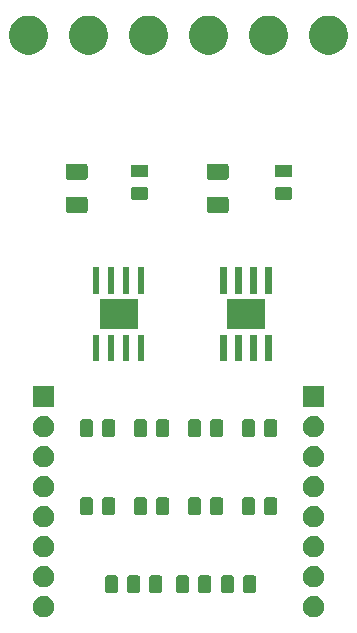
<source format=gbr>
G04 #@! TF.GenerationSoftware,KiCad,Pcbnew,(5.1.5)-3*
G04 #@! TF.CreationDate,2020-05-08T19:39:07+02:00*
G04 #@! TF.ProjectId,DRV8870 BDC Motor Driver,44525638-3837-4302-9042-4443204d6f74,rev?*
G04 #@! TF.SameCoordinates,Original*
G04 #@! TF.FileFunction,Soldermask,Top*
G04 #@! TF.FilePolarity,Negative*
%FSLAX46Y46*%
G04 Gerber Fmt 4.6, Leading zero omitted, Abs format (unit mm)*
G04 Created by KiCad (PCBNEW (5.1.5)-3) date 2020-05-08 19:39:07*
%MOMM*%
%LPD*%
G04 APERTURE LIST*
%ADD10C,0.100000*%
G04 APERTURE END LIST*
D10*
G36*
X151243512Y-122293927D02*
G01*
X151392812Y-122323624D01*
X151556784Y-122391544D01*
X151704354Y-122490147D01*
X151829853Y-122615646D01*
X151928456Y-122763216D01*
X151996376Y-122927188D01*
X152031000Y-123101259D01*
X152031000Y-123278741D01*
X151996376Y-123452812D01*
X151928456Y-123616784D01*
X151829853Y-123764354D01*
X151704354Y-123889853D01*
X151556784Y-123988456D01*
X151392812Y-124056376D01*
X151243512Y-124086073D01*
X151218742Y-124091000D01*
X151041258Y-124091000D01*
X151016488Y-124086073D01*
X150867188Y-124056376D01*
X150703216Y-123988456D01*
X150555646Y-123889853D01*
X150430147Y-123764354D01*
X150331544Y-123616784D01*
X150263624Y-123452812D01*
X150229000Y-123278741D01*
X150229000Y-123101259D01*
X150263624Y-122927188D01*
X150331544Y-122763216D01*
X150430147Y-122615646D01*
X150555646Y-122490147D01*
X150703216Y-122391544D01*
X150867188Y-122323624D01*
X151016488Y-122293927D01*
X151041258Y-122289000D01*
X151218742Y-122289000D01*
X151243512Y-122293927D01*
G37*
G36*
X128383512Y-122293927D02*
G01*
X128532812Y-122323624D01*
X128696784Y-122391544D01*
X128844354Y-122490147D01*
X128969853Y-122615646D01*
X129068456Y-122763216D01*
X129136376Y-122927188D01*
X129171000Y-123101259D01*
X129171000Y-123278741D01*
X129136376Y-123452812D01*
X129068456Y-123616784D01*
X128969853Y-123764354D01*
X128844354Y-123889853D01*
X128696784Y-123988456D01*
X128532812Y-124056376D01*
X128383512Y-124086073D01*
X128358742Y-124091000D01*
X128181258Y-124091000D01*
X128156488Y-124086073D01*
X128007188Y-124056376D01*
X127843216Y-123988456D01*
X127695646Y-123889853D01*
X127570147Y-123764354D01*
X127471544Y-123616784D01*
X127403624Y-123452812D01*
X127369000Y-123278741D01*
X127369000Y-123101259D01*
X127403624Y-122927188D01*
X127471544Y-122763216D01*
X127570147Y-122615646D01*
X127695646Y-122490147D01*
X127843216Y-122391544D01*
X128007188Y-122323624D01*
X128156488Y-122293927D01*
X128181258Y-122289000D01*
X128358742Y-122289000D01*
X128383512Y-122293927D01*
G37*
G36*
X138128868Y-120538565D02*
G01*
X138167538Y-120550296D01*
X138203177Y-120569346D01*
X138234417Y-120594983D01*
X138260054Y-120626223D01*
X138279104Y-120661862D01*
X138290835Y-120700532D01*
X138295400Y-120746888D01*
X138295400Y-121823112D01*
X138290835Y-121869468D01*
X138279104Y-121908138D01*
X138260054Y-121943777D01*
X138234417Y-121975017D01*
X138203177Y-122000654D01*
X138167538Y-122019704D01*
X138128868Y-122031435D01*
X138082512Y-122036000D01*
X137431288Y-122036000D01*
X137384932Y-122031435D01*
X137346262Y-122019704D01*
X137310623Y-122000654D01*
X137279383Y-121975017D01*
X137253746Y-121943777D01*
X137234696Y-121908138D01*
X137222965Y-121869468D01*
X137218400Y-121823112D01*
X137218400Y-120746888D01*
X137222965Y-120700532D01*
X137234696Y-120661862D01*
X137253746Y-120626223D01*
X137279383Y-120594983D01*
X137310623Y-120569346D01*
X137346262Y-120550296D01*
X137384932Y-120538565D01*
X137431288Y-120534000D01*
X138082512Y-120534000D01*
X138128868Y-120538565D01*
G37*
G36*
X142279468Y-120538565D02*
G01*
X142318138Y-120550296D01*
X142353777Y-120569346D01*
X142385017Y-120594983D01*
X142410654Y-120626223D01*
X142429704Y-120661862D01*
X142441435Y-120700532D01*
X142446000Y-120746888D01*
X142446000Y-121823112D01*
X142441435Y-121869468D01*
X142429704Y-121908138D01*
X142410654Y-121943777D01*
X142385017Y-121975017D01*
X142353777Y-122000654D01*
X142318138Y-122019704D01*
X142279468Y-122031435D01*
X142233112Y-122036000D01*
X141581888Y-122036000D01*
X141535532Y-122031435D01*
X141496862Y-122019704D01*
X141461223Y-122000654D01*
X141429983Y-121975017D01*
X141404346Y-121943777D01*
X141385296Y-121908138D01*
X141373565Y-121869468D01*
X141369000Y-121823112D01*
X141369000Y-120746888D01*
X141373565Y-120700532D01*
X141385296Y-120661862D01*
X141404346Y-120626223D01*
X141429983Y-120594983D01*
X141461223Y-120569346D01*
X141496862Y-120550296D01*
X141535532Y-120538565D01*
X141581888Y-120534000D01*
X142233112Y-120534000D01*
X142279468Y-120538565D01*
G37*
G36*
X140404468Y-120538565D02*
G01*
X140443138Y-120550296D01*
X140478777Y-120569346D01*
X140510017Y-120594983D01*
X140535654Y-120626223D01*
X140554704Y-120661862D01*
X140566435Y-120700532D01*
X140571000Y-120746888D01*
X140571000Y-121823112D01*
X140566435Y-121869468D01*
X140554704Y-121908138D01*
X140535654Y-121943777D01*
X140510017Y-121975017D01*
X140478777Y-122000654D01*
X140443138Y-122019704D01*
X140404468Y-122031435D01*
X140358112Y-122036000D01*
X139706888Y-122036000D01*
X139660532Y-122031435D01*
X139621862Y-122019704D01*
X139586223Y-122000654D01*
X139554983Y-121975017D01*
X139529346Y-121943777D01*
X139510296Y-121908138D01*
X139498565Y-121869468D01*
X139494000Y-121823112D01*
X139494000Y-120746888D01*
X139498565Y-120700532D01*
X139510296Y-120661862D01*
X139529346Y-120626223D01*
X139554983Y-120594983D01*
X139586223Y-120569346D01*
X139621862Y-120550296D01*
X139660532Y-120538565D01*
X139706888Y-120534000D01*
X140358112Y-120534000D01*
X140404468Y-120538565D01*
G37*
G36*
X144214468Y-120538565D02*
G01*
X144253138Y-120550296D01*
X144288777Y-120569346D01*
X144320017Y-120594983D01*
X144345654Y-120626223D01*
X144364704Y-120661862D01*
X144376435Y-120700532D01*
X144381000Y-120746888D01*
X144381000Y-121823112D01*
X144376435Y-121869468D01*
X144364704Y-121908138D01*
X144345654Y-121943777D01*
X144320017Y-121975017D01*
X144288777Y-122000654D01*
X144253138Y-122019704D01*
X144214468Y-122031435D01*
X144168112Y-122036000D01*
X143516888Y-122036000D01*
X143470532Y-122031435D01*
X143431862Y-122019704D01*
X143396223Y-122000654D01*
X143364983Y-121975017D01*
X143339346Y-121943777D01*
X143320296Y-121908138D01*
X143308565Y-121869468D01*
X143304000Y-121823112D01*
X143304000Y-120746888D01*
X143308565Y-120700532D01*
X143320296Y-120661862D01*
X143339346Y-120626223D01*
X143364983Y-120594983D01*
X143396223Y-120569346D01*
X143431862Y-120550296D01*
X143470532Y-120538565D01*
X143516888Y-120534000D01*
X144168112Y-120534000D01*
X144214468Y-120538565D01*
G37*
G36*
X146089468Y-120538565D02*
G01*
X146128138Y-120550296D01*
X146163777Y-120569346D01*
X146195017Y-120594983D01*
X146220654Y-120626223D01*
X146239704Y-120661862D01*
X146251435Y-120700532D01*
X146256000Y-120746888D01*
X146256000Y-121823112D01*
X146251435Y-121869468D01*
X146239704Y-121908138D01*
X146220654Y-121943777D01*
X146195017Y-121975017D01*
X146163777Y-122000654D01*
X146128138Y-122019704D01*
X146089468Y-122031435D01*
X146043112Y-122036000D01*
X145391888Y-122036000D01*
X145345532Y-122031435D01*
X145306862Y-122019704D01*
X145271223Y-122000654D01*
X145239983Y-121975017D01*
X145214346Y-121943777D01*
X145195296Y-121908138D01*
X145183565Y-121869468D01*
X145179000Y-121823112D01*
X145179000Y-120746888D01*
X145183565Y-120700532D01*
X145195296Y-120661862D01*
X145214346Y-120626223D01*
X145239983Y-120594983D01*
X145271223Y-120569346D01*
X145306862Y-120550296D01*
X145345532Y-120538565D01*
X145391888Y-120534000D01*
X146043112Y-120534000D01*
X146089468Y-120538565D01*
G37*
G36*
X136261968Y-120538565D02*
G01*
X136300638Y-120550296D01*
X136336277Y-120569346D01*
X136367517Y-120594983D01*
X136393154Y-120626223D01*
X136412204Y-120661862D01*
X136423935Y-120700532D01*
X136428500Y-120746888D01*
X136428500Y-121823112D01*
X136423935Y-121869468D01*
X136412204Y-121908138D01*
X136393154Y-121943777D01*
X136367517Y-121975017D01*
X136336277Y-122000654D01*
X136300638Y-122019704D01*
X136261968Y-122031435D01*
X136215612Y-122036000D01*
X135564388Y-122036000D01*
X135518032Y-122031435D01*
X135479362Y-122019704D01*
X135443723Y-122000654D01*
X135412483Y-121975017D01*
X135386846Y-121943777D01*
X135367796Y-121908138D01*
X135356065Y-121869468D01*
X135351500Y-121823112D01*
X135351500Y-120746888D01*
X135356065Y-120700532D01*
X135367796Y-120661862D01*
X135386846Y-120626223D01*
X135412483Y-120594983D01*
X135443723Y-120569346D01*
X135479362Y-120550296D01*
X135518032Y-120538565D01*
X135564388Y-120534000D01*
X136215612Y-120534000D01*
X136261968Y-120538565D01*
G37*
G36*
X134386968Y-120538565D02*
G01*
X134425638Y-120550296D01*
X134461277Y-120569346D01*
X134492517Y-120594983D01*
X134518154Y-120626223D01*
X134537204Y-120661862D01*
X134548935Y-120700532D01*
X134553500Y-120746888D01*
X134553500Y-121823112D01*
X134548935Y-121869468D01*
X134537204Y-121908138D01*
X134518154Y-121943777D01*
X134492517Y-121975017D01*
X134461277Y-122000654D01*
X134425638Y-122019704D01*
X134386968Y-122031435D01*
X134340612Y-122036000D01*
X133689388Y-122036000D01*
X133643032Y-122031435D01*
X133604362Y-122019704D01*
X133568723Y-122000654D01*
X133537483Y-121975017D01*
X133511846Y-121943777D01*
X133492796Y-121908138D01*
X133481065Y-121869468D01*
X133476500Y-121823112D01*
X133476500Y-120746888D01*
X133481065Y-120700532D01*
X133492796Y-120661862D01*
X133511846Y-120626223D01*
X133537483Y-120594983D01*
X133568723Y-120569346D01*
X133604362Y-120550296D01*
X133643032Y-120538565D01*
X133689388Y-120534000D01*
X134340612Y-120534000D01*
X134386968Y-120538565D01*
G37*
G36*
X151243512Y-119753927D02*
G01*
X151392812Y-119783624D01*
X151556784Y-119851544D01*
X151704354Y-119950147D01*
X151829853Y-120075646D01*
X151928456Y-120223216D01*
X151996376Y-120387188D01*
X152031000Y-120561259D01*
X152031000Y-120738741D01*
X151996376Y-120912812D01*
X151928456Y-121076784D01*
X151829853Y-121224354D01*
X151704354Y-121349853D01*
X151556784Y-121448456D01*
X151392812Y-121516376D01*
X151243512Y-121546073D01*
X151218742Y-121551000D01*
X151041258Y-121551000D01*
X151016488Y-121546073D01*
X150867188Y-121516376D01*
X150703216Y-121448456D01*
X150555646Y-121349853D01*
X150430147Y-121224354D01*
X150331544Y-121076784D01*
X150263624Y-120912812D01*
X150229000Y-120738741D01*
X150229000Y-120561259D01*
X150263624Y-120387188D01*
X150331544Y-120223216D01*
X150430147Y-120075646D01*
X150555646Y-119950147D01*
X150703216Y-119851544D01*
X150867188Y-119783624D01*
X151016488Y-119753927D01*
X151041258Y-119749000D01*
X151218742Y-119749000D01*
X151243512Y-119753927D01*
G37*
G36*
X128383512Y-119753927D02*
G01*
X128532812Y-119783624D01*
X128696784Y-119851544D01*
X128844354Y-119950147D01*
X128969853Y-120075646D01*
X129068456Y-120223216D01*
X129136376Y-120387188D01*
X129171000Y-120561259D01*
X129171000Y-120738741D01*
X129136376Y-120912812D01*
X129068456Y-121076784D01*
X128969853Y-121224354D01*
X128844354Y-121349853D01*
X128696784Y-121448456D01*
X128532812Y-121516376D01*
X128383512Y-121546073D01*
X128358742Y-121551000D01*
X128181258Y-121551000D01*
X128156488Y-121546073D01*
X128007188Y-121516376D01*
X127843216Y-121448456D01*
X127695646Y-121349853D01*
X127570147Y-121224354D01*
X127471544Y-121076784D01*
X127403624Y-120912812D01*
X127369000Y-120738741D01*
X127369000Y-120561259D01*
X127403624Y-120387188D01*
X127471544Y-120223216D01*
X127570147Y-120075646D01*
X127695646Y-119950147D01*
X127843216Y-119851544D01*
X128007188Y-119783624D01*
X128156488Y-119753927D01*
X128181258Y-119749000D01*
X128358742Y-119749000D01*
X128383512Y-119753927D01*
G37*
G36*
X151243512Y-117213927D02*
G01*
X151392812Y-117243624D01*
X151556784Y-117311544D01*
X151704354Y-117410147D01*
X151829853Y-117535646D01*
X151928456Y-117683216D01*
X151996376Y-117847188D01*
X152031000Y-118021259D01*
X152031000Y-118198741D01*
X151996376Y-118372812D01*
X151928456Y-118536784D01*
X151829853Y-118684354D01*
X151704354Y-118809853D01*
X151556784Y-118908456D01*
X151392812Y-118976376D01*
X151243512Y-119006073D01*
X151218742Y-119011000D01*
X151041258Y-119011000D01*
X151016488Y-119006073D01*
X150867188Y-118976376D01*
X150703216Y-118908456D01*
X150555646Y-118809853D01*
X150430147Y-118684354D01*
X150331544Y-118536784D01*
X150263624Y-118372812D01*
X150229000Y-118198741D01*
X150229000Y-118021259D01*
X150263624Y-117847188D01*
X150331544Y-117683216D01*
X150430147Y-117535646D01*
X150555646Y-117410147D01*
X150703216Y-117311544D01*
X150867188Y-117243624D01*
X151016488Y-117213927D01*
X151041258Y-117209000D01*
X151218742Y-117209000D01*
X151243512Y-117213927D01*
G37*
G36*
X128383512Y-117213927D02*
G01*
X128532812Y-117243624D01*
X128696784Y-117311544D01*
X128844354Y-117410147D01*
X128969853Y-117535646D01*
X129068456Y-117683216D01*
X129136376Y-117847188D01*
X129171000Y-118021259D01*
X129171000Y-118198741D01*
X129136376Y-118372812D01*
X129068456Y-118536784D01*
X128969853Y-118684354D01*
X128844354Y-118809853D01*
X128696784Y-118908456D01*
X128532812Y-118976376D01*
X128383512Y-119006073D01*
X128358742Y-119011000D01*
X128181258Y-119011000D01*
X128156488Y-119006073D01*
X128007188Y-118976376D01*
X127843216Y-118908456D01*
X127695646Y-118809853D01*
X127570147Y-118684354D01*
X127471544Y-118536784D01*
X127403624Y-118372812D01*
X127369000Y-118198741D01*
X127369000Y-118021259D01*
X127403624Y-117847188D01*
X127471544Y-117683216D01*
X127570147Y-117535646D01*
X127695646Y-117410147D01*
X127843216Y-117311544D01*
X128007188Y-117243624D01*
X128156488Y-117213927D01*
X128181258Y-117209000D01*
X128358742Y-117209000D01*
X128383512Y-117213927D01*
G37*
G36*
X151243512Y-114673927D02*
G01*
X151392812Y-114703624D01*
X151556784Y-114771544D01*
X151704354Y-114870147D01*
X151829853Y-114995646D01*
X151928456Y-115143216D01*
X151996376Y-115307188D01*
X152031000Y-115481259D01*
X152031000Y-115658741D01*
X151996376Y-115832812D01*
X151928456Y-115996784D01*
X151829853Y-116144354D01*
X151704354Y-116269853D01*
X151556784Y-116368456D01*
X151392812Y-116436376D01*
X151243512Y-116466073D01*
X151218742Y-116471000D01*
X151041258Y-116471000D01*
X151016488Y-116466073D01*
X150867188Y-116436376D01*
X150703216Y-116368456D01*
X150555646Y-116269853D01*
X150430147Y-116144354D01*
X150331544Y-115996784D01*
X150263624Y-115832812D01*
X150229000Y-115658741D01*
X150229000Y-115481259D01*
X150263624Y-115307188D01*
X150331544Y-115143216D01*
X150430147Y-114995646D01*
X150555646Y-114870147D01*
X150703216Y-114771544D01*
X150867188Y-114703624D01*
X151016488Y-114673927D01*
X151041258Y-114669000D01*
X151218742Y-114669000D01*
X151243512Y-114673927D01*
G37*
G36*
X128383512Y-114673927D02*
G01*
X128532812Y-114703624D01*
X128696784Y-114771544D01*
X128844354Y-114870147D01*
X128969853Y-114995646D01*
X129068456Y-115143216D01*
X129136376Y-115307188D01*
X129171000Y-115481259D01*
X129171000Y-115658741D01*
X129136376Y-115832812D01*
X129068456Y-115996784D01*
X128969853Y-116144354D01*
X128844354Y-116269853D01*
X128696784Y-116368456D01*
X128532812Y-116436376D01*
X128383512Y-116466073D01*
X128358742Y-116471000D01*
X128181258Y-116471000D01*
X128156488Y-116466073D01*
X128007188Y-116436376D01*
X127843216Y-116368456D01*
X127695646Y-116269853D01*
X127570147Y-116144354D01*
X127471544Y-115996784D01*
X127403624Y-115832812D01*
X127369000Y-115658741D01*
X127369000Y-115481259D01*
X127403624Y-115307188D01*
X127471544Y-115143216D01*
X127570147Y-114995646D01*
X127695646Y-114870147D01*
X127843216Y-114771544D01*
X128007188Y-114703624D01*
X128156488Y-114673927D01*
X128181258Y-114669000D01*
X128358742Y-114669000D01*
X128383512Y-114673927D01*
G37*
G36*
X147867468Y-113934565D02*
G01*
X147906138Y-113946296D01*
X147941777Y-113965346D01*
X147973017Y-113990983D01*
X147998654Y-114022223D01*
X148017704Y-114057862D01*
X148029435Y-114096532D01*
X148034000Y-114142888D01*
X148034000Y-115219112D01*
X148029435Y-115265468D01*
X148017704Y-115304138D01*
X147998654Y-115339777D01*
X147973017Y-115371017D01*
X147941777Y-115396654D01*
X147906138Y-115415704D01*
X147867468Y-115427435D01*
X147821112Y-115432000D01*
X147169888Y-115432000D01*
X147123532Y-115427435D01*
X147084862Y-115415704D01*
X147049223Y-115396654D01*
X147017983Y-115371017D01*
X146992346Y-115339777D01*
X146973296Y-115304138D01*
X146961565Y-115265468D01*
X146957000Y-115219112D01*
X146957000Y-114142888D01*
X146961565Y-114096532D01*
X146973296Y-114057862D01*
X146992346Y-114022223D01*
X147017983Y-113990983D01*
X147049223Y-113965346D01*
X147084862Y-113946296D01*
X147123532Y-113934565D01*
X147169888Y-113930000D01*
X147821112Y-113930000D01*
X147867468Y-113934565D01*
G37*
G36*
X136848468Y-113934565D02*
G01*
X136887138Y-113946296D01*
X136922777Y-113965346D01*
X136954017Y-113990983D01*
X136979654Y-114022223D01*
X136998704Y-114057862D01*
X137010435Y-114096532D01*
X137015000Y-114142888D01*
X137015000Y-115219112D01*
X137010435Y-115265468D01*
X136998704Y-115304138D01*
X136979654Y-115339777D01*
X136954017Y-115371017D01*
X136922777Y-115396654D01*
X136887138Y-115415704D01*
X136848468Y-115427435D01*
X136802112Y-115432000D01*
X136150888Y-115432000D01*
X136104532Y-115427435D01*
X136065862Y-115415704D01*
X136030223Y-115396654D01*
X135998983Y-115371017D01*
X135973346Y-115339777D01*
X135954296Y-115304138D01*
X135942565Y-115265468D01*
X135938000Y-115219112D01*
X135938000Y-114142888D01*
X135942565Y-114096532D01*
X135954296Y-114057862D01*
X135973346Y-114022223D01*
X135998983Y-113990983D01*
X136030223Y-113965346D01*
X136065862Y-113946296D01*
X136104532Y-113934565D01*
X136150888Y-113930000D01*
X136802112Y-113930000D01*
X136848468Y-113934565D01*
G37*
G36*
X138723468Y-113934565D02*
G01*
X138762138Y-113946296D01*
X138797777Y-113965346D01*
X138829017Y-113990983D01*
X138854654Y-114022223D01*
X138873704Y-114057862D01*
X138885435Y-114096532D01*
X138890000Y-114142888D01*
X138890000Y-115219112D01*
X138885435Y-115265468D01*
X138873704Y-115304138D01*
X138854654Y-115339777D01*
X138829017Y-115371017D01*
X138797777Y-115396654D01*
X138762138Y-115415704D01*
X138723468Y-115427435D01*
X138677112Y-115432000D01*
X138025888Y-115432000D01*
X137979532Y-115427435D01*
X137940862Y-115415704D01*
X137905223Y-115396654D01*
X137873983Y-115371017D01*
X137848346Y-115339777D01*
X137829296Y-115304138D01*
X137817565Y-115265468D01*
X137813000Y-115219112D01*
X137813000Y-114142888D01*
X137817565Y-114096532D01*
X137829296Y-114057862D01*
X137848346Y-114022223D01*
X137873983Y-113990983D01*
X137905223Y-113965346D01*
X137940862Y-113946296D01*
X137979532Y-113934565D01*
X138025888Y-113930000D01*
X138677112Y-113930000D01*
X138723468Y-113934565D01*
G37*
G36*
X134151468Y-113934565D02*
G01*
X134190138Y-113946296D01*
X134225777Y-113965346D01*
X134257017Y-113990983D01*
X134282654Y-114022223D01*
X134301704Y-114057862D01*
X134313435Y-114096532D01*
X134318000Y-114142888D01*
X134318000Y-115219112D01*
X134313435Y-115265468D01*
X134301704Y-115304138D01*
X134282654Y-115339777D01*
X134257017Y-115371017D01*
X134225777Y-115396654D01*
X134190138Y-115415704D01*
X134151468Y-115427435D01*
X134105112Y-115432000D01*
X133453888Y-115432000D01*
X133407532Y-115427435D01*
X133368862Y-115415704D01*
X133333223Y-115396654D01*
X133301983Y-115371017D01*
X133276346Y-115339777D01*
X133257296Y-115304138D01*
X133245565Y-115265468D01*
X133241000Y-115219112D01*
X133241000Y-114142888D01*
X133245565Y-114096532D01*
X133257296Y-114057862D01*
X133276346Y-114022223D01*
X133301983Y-113990983D01*
X133333223Y-113965346D01*
X133368862Y-113946296D01*
X133407532Y-113934565D01*
X133453888Y-113930000D01*
X134105112Y-113930000D01*
X134151468Y-113934565D01*
G37*
G36*
X132276468Y-113934565D02*
G01*
X132315138Y-113946296D01*
X132350777Y-113965346D01*
X132382017Y-113990983D01*
X132407654Y-114022223D01*
X132426704Y-114057862D01*
X132438435Y-114096532D01*
X132443000Y-114142888D01*
X132443000Y-115219112D01*
X132438435Y-115265468D01*
X132426704Y-115304138D01*
X132407654Y-115339777D01*
X132382017Y-115371017D01*
X132350777Y-115396654D01*
X132315138Y-115415704D01*
X132276468Y-115427435D01*
X132230112Y-115432000D01*
X131578888Y-115432000D01*
X131532532Y-115427435D01*
X131493862Y-115415704D01*
X131458223Y-115396654D01*
X131426983Y-115371017D01*
X131401346Y-115339777D01*
X131382296Y-115304138D01*
X131370565Y-115265468D01*
X131366000Y-115219112D01*
X131366000Y-114142888D01*
X131370565Y-114096532D01*
X131382296Y-114057862D01*
X131401346Y-114022223D01*
X131426983Y-113990983D01*
X131458223Y-113965346D01*
X131493862Y-113946296D01*
X131532532Y-113934565D01*
X131578888Y-113930000D01*
X132230112Y-113930000D01*
X132276468Y-113934565D01*
G37*
G36*
X141420468Y-113934565D02*
G01*
X141459138Y-113946296D01*
X141494777Y-113965346D01*
X141526017Y-113990983D01*
X141551654Y-114022223D01*
X141570704Y-114057862D01*
X141582435Y-114096532D01*
X141587000Y-114142888D01*
X141587000Y-115219112D01*
X141582435Y-115265468D01*
X141570704Y-115304138D01*
X141551654Y-115339777D01*
X141526017Y-115371017D01*
X141494777Y-115396654D01*
X141459138Y-115415704D01*
X141420468Y-115427435D01*
X141374112Y-115432000D01*
X140722888Y-115432000D01*
X140676532Y-115427435D01*
X140637862Y-115415704D01*
X140602223Y-115396654D01*
X140570983Y-115371017D01*
X140545346Y-115339777D01*
X140526296Y-115304138D01*
X140514565Y-115265468D01*
X140510000Y-115219112D01*
X140510000Y-114142888D01*
X140514565Y-114096532D01*
X140526296Y-114057862D01*
X140545346Y-114022223D01*
X140570983Y-113990983D01*
X140602223Y-113965346D01*
X140637862Y-113946296D01*
X140676532Y-113934565D01*
X140722888Y-113930000D01*
X141374112Y-113930000D01*
X141420468Y-113934565D01*
G37*
G36*
X143295468Y-113934565D02*
G01*
X143334138Y-113946296D01*
X143369777Y-113965346D01*
X143401017Y-113990983D01*
X143426654Y-114022223D01*
X143445704Y-114057862D01*
X143457435Y-114096532D01*
X143462000Y-114142888D01*
X143462000Y-115219112D01*
X143457435Y-115265468D01*
X143445704Y-115304138D01*
X143426654Y-115339777D01*
X143401017Y-115371017D01*
X143369777Y-115396654D01*
X143334138Y-115415704D01*
X143295468Y-115427435D01*
X143249112Y-115432000D01*
X142597888Y-115432000D01*
X142551532Y-115427435D01*
X142512862Y-115415704D01*
X142477223Y-115396654D01*
X142445983Y-115371017D01*
X142420346Y-115339777D01*
X142401296Y-115304138D01*
X142389565Y-115265468D01*
X142385000Y-115219112D01*
X142385000Y-114142888D01*
X142389565Y-114096532D01*
X142401296Y-114057862D01*
X142420346Y-114022223D01*
X142445983Y-113990983D01*
X142477223Y-113965346D01*
X142512862Y-113946296D01*
X142551532Y-113934565D01*
X142597888Y-113930000D01*
X143249112Y-113930000D01*
X143295468Y-113934565D01*
G37*
G36*
X145992468Y-113934565D02*
G01*
X146031138Y-113946296D01*
X146066777Y-113965346D01*
X146098017Y-113990983D01*
X146123654Y-114022223D01*
X146142704Y-114057862D01*
X146154435Y-114096532D01*
X146159000Y-114142888D01*
X146159000Y-115219112D01*
X146154435Y-115265468D01*
X146142704Y-115304138D01*
X146123654Y-115339777D01*
X146098017Y-115371017D01*
X146066777Y-115396654D01*
X146031138Y-115415704D01*
X145992468Y-115427435D01*
X145946112Y-115432000D01*
X145294888Y-115432000D01*
X145248532Y-115427435D01*
X145209862Y-115415704D01*
X145174223Y-115396654D01*
X145142983Y-115371017D01*
X145117346Y-115339777D01*
X145098296Y-115304138D01*
X145086565Y-115265468D01*
X145082000Y-115219112D01*
X145082000Y-114142888D01*
X145086565Y-114096532D01*
X145098296Y-114057862D01*
X145117346Y-114022223D01*
X145142983Y-113990983D01*
X145174223Y-113965346D01*
X145209862Y-113946296D01*
X145248532Y-113934565D01*
X145294888Y-113930000D01*
X145946112Y-113930000D01*
X145992468Y-113934565D01*
G37*
G36*
X151243512Y-112133927D02*
G01*
X151392812Y-112163624D01*
X151556784Y-112231544D01*
X151704354Y-112330147D01*
X151829853Y-112455646D01*
X151928456Y-112603216D01*
X151996376Y-112767188D01*
X152031000Y-112941259D01*
X152031000Y-113118741D01*
X151996376Y-113292812D01*
X151928456Y-113456784D01*
X151829853Y-113604354D01*
X151704354Y-113729853D01*
X151556784Y-113828456D01*
X151392812Y-113896376D01*
X151243512Y-113926073D01*
X151218742Y-113931000D01*
X151041258Y-113931000D01*
X151016488Y-113926073D01*
X150867188Y-113896376D01*
X150703216Y-113828456D01*
X150555646Y-113729853D01*
X150430147Y-113604354D01*
X150331544Y-113456784D01*
X150263624Y-113292812D01*
X150229000Y-113118741D01*
X150229000Y-112941259D01*
X150263624Y-112767188D01*
X150331544Y-112603216D01*
X150430147Y-112455646D01*
X150555646Y-112330147D01*
X150703216Y-112231544D01*
X150867188Y-112163624D01*
X151016488Y-112133927D01*
X151041258Y-112129000D01*
X151218742Y-112129000D01*
X151243512Y-112133927D01*
G37*
G36*
X128383512Y-112133927D02*
G01*
X128532812Y-112163624D01*
X128696784Y-112231544D01*
X128844354Y-112330147D01*
X128969853Y-112455646D01*
X129068456Y-112603216D01*
X129136376Y-112767188D01*
X129171000Y-112941259D01*
X129171000Y-113118741D01*
X129136376Y-113292812D01*
X129068456Y-113456784D01*
X128969853Y-113604354D01*
X128844354Y-113729853D01*
X128696784Y-113828456D01*
X128532812Y-113896376D01*
X128383512Y-113926073D01*
X128358742Y-113931000D01*
X128181258Y-113931000D01*
X128156488Y-113926073D01*
X128007188Y-113896376D01*
X127843216Y-113828456D01*
X127695646Y-113729853D01*
X127570147Y-113604354D01*
X127471544Y-113456784D01*
X127403624Y-113292812D01*
X127369000Y-113118741D01*
X127369000Y-112941259D01*
X127403624Y-112767188D01*
X127471544Y-112603216D01*
X127570147Y-112455646D01*
X127695646Y-112330147D01*
X127843216Y-112231544D01*
X128007188Y-112163624D01*
X128156488Y-112133927D01*
X128181258Y-112129000D01*
X128358742Y-112129000D01*
X128383512Y-112133927D01*
G37*
G36*
X151243512Y-109593927D02*
G01*
X151392812Y-109623624D01*
X151556784Y-109691544D01*
X151704354Y-109790147D01*
X151829853Y-109915646D01*
X151928456Y-110063216D01*
X151996376Y-110227188D01*
X152031000Y-110401259D01*
X152031000Y-110578741D01*
X151996376Y-110752812D01*
X151928456Y-110916784D01*
X151829853Y-111064354D01*
X151704354Y-111189853D01*
X151556784Y-111288456D01*
X151392812Y-111356376D01*
X151243512Y-111386073D01*
X151218742Y-111391000D01*
X151041258Y-111391000D01*
X151016488Y-111386073D01*
X150867188Y-111356376D01*
X150703216Y-111288456D01*
X150555646Y-111189853D01*
X150430147Y-111064354D01*
X150331544Y-110916784D01*
X150263624Y-110752812D01*
X150229000Y-110578741D01*
X150229000Y-110401259D01*
X150263624Y-110227188D01*
X150331544Y-110063216D01*
X150430147Y-109915646D01*
X150555646Y-109790147D01*
X150703216Y-109691544D01*
X150867188Y-109623624D01*
X151016488Y-109593927D01*
X151041258Y-109589000D01*
X151218742Y-109589000D01*
X151243512Y-109593927D01*
G37*
G36*
X128383512Y-109593927D02*
G01*
X128532812Y-109623624D01*
X128696784Y-109691544D01*
X128844354Y-109790147D01*
X128969853Y-109915646D01*
X129068456Y-110063216D01*
X129136376Y-110227188D01*
X129171000Y-110401259D01*
X129171000Y-110578741D01*
X129136376Y-110752812D01*
X129068456Y-110916784D01*
X128969853Y-111064354D01*
X128844354Y-111189853D01*
X128696784Y-111288456D01*
X128532812Y-111356376D01*
X128383512Y-111386073D01*
X128358742Y-111391000D01*
X128181258Y-111391000D01*
X128156488Y-111386073D01*
X128007188Y-111356376D01*
X127843216Y-111288456D01*
X127695646Y-111189853D01*
X127570147Y-111064354D01*
X127471544Y-110916784D01*
X127403624Y-110752812D01*
X127369000Y-110578741D01*
X127369000Y-110401259D01*
X127403624Y-110227188D01*
X127471544Y-110063216D01*
X127570147Y-109915646D01*
X127695646Y-109790147D01*
X127843216Y-109691544D01*
X128007188Y-109623624D01*
X128156488Y-109593927D01*
X128181258Y-109589000D01*
X128358742Y-109589000D01*
X128383512Y-109593927D01*
G37*
G36*
X128383512Y-107053927D02*
G01*
X128532812Y-107083624D01*
X128696784Y-107151544D01*
X128844354Y-107250147D01*
X128969853Y-107375646D01*
X129068456Y-107523216D01*
X129136376Y-107687188D01*
X129171000Y-107861259D01*
X129171000Y-108038741D01*
X129136376Y-108212812D01*
X129068456Y-108376784D01*
X128969853Y-108524354D01*
X128844354Y-108649853D01*
X128696784Y-108748456D01*
X128532812Y-108816376D01*
X128383512Y-108846073D01*
X128358742Y-108851000D01*
X128181258Y-108851000D01*
X128156488Y-108846073D01*
X128007188Y-108816376D01*
X127843216Y-108748456D01*
X127695646Y-108649853D01*
X127570147Y-108524354D01*
X127471544Y-108376784D01*
X127403624Y-108212812D01*
X127369000Y-108038741D01*
X127369000Y-107861259D01*
X127403624Y-107687188D01*
X127471544Y-107523216D01*
X127570147Y-107375646D01*
X127695646Y-107250147D01*
X127843216Y-107151544D01*
X128007188Y-107083624D01*
X128156488Y-107053927D01*
X128181258Y-107049000D01*
X128358742Y-107049000D01*
X128383512Y-107053927D01*
G37*
G36*
X151243512Y-107053927D02*
G01*
X151392812Y-107083624D01*
X151556784Y-107151544D01*
X151704354Y-107250147D01*
X151829853Y-107375646D01*
X151928456Y-107523216D01*
X151996376Y-107687188D01*
X152031000Y-107861259D01*
X152031000Y-108038741D01*
X151996376Y-108212812D01*
X151928456Y-108376784D01*
X151829853Y-108524354D01*
X151704354Y-108649853D01*
X151556784Y-108748456D01*
X151392812Y-108816376D01*
X151243512Y-108846073D01*
X151218742Y-108851000D01*
X151041258Y-108851000D01*
X151016488Y-108846073D01*
X150867188Y-108816376D01*
X150703216Y-108748456D01*
X150555646Y-108649853D01*
X150430147Y-108524354D01*
X150331544Y-108376784D01*
X150263624Y-108212812D01*
X150229000Y-108038741D01*
X150229000Y-107861259D01*
X150263624Y-107687188D01*
X150331544Y-107523216D01*
X150430147Y-107375646D01*
X150555646Y-107250147D01*
X150703216Y-107151544D01*
X150867188Y-107083624D01*
X151016488Y-107053927D01*
X151041258Y-107049000D01*
X151218742Y-107049000D01*
X151243512Y-107053927D01*
G37*
G36*
X147867468Y-107330565D02*
G01*
X147906138Y-107342296D01*
X147941777Y-107361346D01*
X147973017Y-107386983D01*
X147998654Y-107418223D01*
X148017704Y-107453862D01*
X148029435Y-107492532D01*
X148034000Y-107538888D01*
X148034000Y-108615112D01*
X148029435Y-108661468D01*
X148017704Y-108700138D01*
X147998654Y-108735777D01*
X147973017Y-108767017D01*
X147941777Y-108792654D01*
X147906138Y-108811704D01*
X147867468Y-108823435D01*
X147821112Y-108828000D01*
X147169888Y-108828000D01*
X147123532Y-108823435D01*
X147084862Y-108811704D01*
X147049223Y-108792654D01*
X147017983Y-108767017D01*
X146992346Y-108735777D01*
X146973296Y-108700138D01*
X146961565Y-108661468D01*
X146957000Y-108615112D01*
X146957000Y-107538888D01*
X146961565Y-107492532D01*
X146973296Y-107453862D01*
X146992346Y-107418223D01*
X147017983Y-107386983D01*
X147049223Y-107361346D01*
X147084862Y-107342296D01*
X147123532Y-107330565D01*
X147169888Y-107326000D01*
X147821112Y-107326000D01*
X147867468Y-107330565D01*
G37*
G36*
X145992468Y-107330565D02*
G01*
X146031138Y-107342296D01*
X146066777Y-107361346D01*
X146098017Y-107386983D01*
X146123654Y-107418223D01*
X146142704Y-107453862D01*
X146154435Y-107492532D01*
X146159000Y-107538888D01*
X146159000Y-108615112D01*
X146154435Y-108661468D01*
X146142704Y-108700138D01*
X146123654Y-108735777D01*
X146098017Y-108767017D01*
X146066777Y-108792654D01*
X146031138Y-108811704D01*
X145992468Y-108823435D01*
X145946112Y-108828000D01*
X145294888Y-108828000D01*
X145248532Y-108823435D01*
X145209862Y-108811704D01*
X145174223Y-108792654D01*
X145142983Y-108767017D01*
X145117346Y-108735777D01*
X145098296Y-108700138D01*
X145086565Y-108661468D01*
X145082000Y-108615112D01*
X145082000Y-107538888D01*
X145086565Y-107492532D01*
X145098296Y-107453862D01*
X145117346Y-107418223D01*
X145142983Y-107386983D01*
X145174223Y-107361346D01*
X145209862Y-107342296D01*
X145248532Y-107330565D01*
X145294888Y-107326000D01*
X145946112Y-107326000D01*
X145992468Y-107330565D01*
G37*
G36*
X143295468Y-107330565D02*
G01*
X143334138Y-107342296D01*
X143369777Y-107361346D01*
X143401017Y-107386983D01*
X143426654Y-107418223D01*
X143445704Y-107453862D01*
X143457435Y-107492532D01*
X143462000Y-107538888D01*
X143462000Y-108615112D01*
X143457435Y-108661468D01*
X143445704Y-108700138D01*
X143426654Y-108735777D01*
X143401017Y-108767017D01*
X143369777Y-108792654D01*
X143334138Y-108811704D01*
X143295468Y-108823435D01*
X143249112Y-108828000D01*
X142597888Y-108828000D01*
X142551532Y-108823435D01*
X142512862Y-108811704D01*
X142477223Y-108792654D01*
X142445983Y-108767017D01*
X142420346Y-108735777D01*
X142401296Y-108700138D01*
X142389565Y-108661468D01*
X142385000Y-108615112D01*
X142385000Y-107538888D01*
X142389565Y-107492532D01*
X142401296Y-107453862D01*
X142420346Y-107418223D01*
X142445983Y-107386983D01*
X142477223Y-107361346D01*
X142512862Y-107342296D01*
X142551532Y-107330565D01*
X142597888Y-107326000D01*
X143249112Y-107326000D01*
X143295468Y-107330565D01*
G37*
G36*
X141420468Y-107330565D02*
G01*
X141459138Y-107342296D01*
X141494777Y-107361346D01*
X141526017Y-107386983D01*
X141551654Y-107418223D01*
X141570704Y-107453862D01*
X141582435Y-107492532D01*
X141587000Y-107538888D01*
X141587000Y-108615112D01*
X141582435Y-108661468D01*
X141570704Y-108700138D01*
X141551654Y-108735777D01*
X141526017Y-108767017D01*
X141494777Y-108792654D01*
X141459138Y-108811704D01*
X141420468Y-108823435D01*
X141374112Y-108828000D01*
X140722888Y-108828000D01*
X140676532Y-108823435D01*
X140637862Y-108811704D01*
X140602223Y-108792654D01*
X140570983Y-108767017D01*
X140545346Y-108735777D01*
X140526296Y-108700138D01*
X140514565Y-108661468D01*
X140510000Y-108615112D01*
X140510000Y-107538888D01*
X140514565Y-107492532D01*
X140526296Y-107453862D01*
X140545346Y-107418223D01*
X140570983Y-107386983D01*
X140602223Y-107361346D01*
X140637862Y-107342296D01*
X140676532Y-107330565D01*
X140722888Y-107326000D01*
X141374112Y-107326000D01*
X141420468Y-107330565D01*
G37*
G36*
X138723468Y-107330565D02*
G01*
X138762138Y-107342296D01*
X138797777Y-107361346D01*
X138829017Y-107386983D01*
X138854654Y-107418223D01*
X138873704Y-107453862D01*
X138885435Y-107492532D01*
X138890000Y-107538888D01*
X138890000Y-108615112D01*
X138885435Y-108661468D01*
X138873704Y-108700138D01*
X138854654Y-108735777D01*
X138829017Y-108767017D01*
X138797777Y-108792654D01*
X138762138Y-108811704D01*
X138723468Y-108823435D01*
X138677112Y-108828000D01*
X138025888Y-108828000D01*
X137979532Y-108823435D01*
X137940862Y-108811704D01*
X137905223Y-108792654D01*
X137873983Y-108767017D01*
X137848346Y-108735777D01*
X137829296Y-108700138D01*
X137817565Y-108661468D01*
X137813000Y-108615112D01*
X137813000Y-107538888D01*
X137817565Y-107492532D01*
X137829296Y-107453862D01*
X137848346Y-107418223D01*
X137873983Y-107386983D01*
X137905223Y-107361346D01*
X137940862Y-107342296D01*
X137979532Y-107330565D01*
X138025888Y-107326000D01*
X138677112Y-107326000D01*
X138723468Y-107330565D01*
G37*
G36*
X136848468Y-107330565D02*
G01*
X136887138Y-107342296D01*
X136922777Y-107361346D01*
X136954017Y-107386983D01*
X136979654Y-107418223D01*
X136998704Y-107453862D01*
X137010435Y-107492532D01*
X137015000Y-107538888D01*
X137015000Y-108615112D01*
X137010435Y-108661468D01*
X136998704Y-108700138D01*
X136979654Y-108735777D01*
X136954017Y-108767017D01*
X136922777Y-108792654D01*
X136887138Y-108811704D01*
X136848468Y-108823435D01*
X136802112Y-108828000D01*
X136150888Y-108828000D01*
X136104532Y-108823435D01*
X136065862Y-108811704D01*
X136030223Y-108792654D01*
X135998983Y-108767017D01*
X135973346Y-108735777D01*
X135954296Y-108700138D01*
X135942565Y-108661468D01*
X135938000Y-108615112D01*
X135938000Y-107538888D01*
X135942565Y-107492532D01*
X135954296Y-107453862D01*
X135973346Y-107418223D01*
X135998983Y-107386983D01*
X136030223Y-107361346D01*
X136065862Y-107342296D01*
X136104532Y-107330565D01*
X136150888Y-107326000D01*
X136802112Y-107326000D01*
X136848468Y-107330565D01*
G37*
G36*
X132276468Y-107330565D02*
G01*
X132315138Y-107342296D01*
X132350777Y-107361346D01*
X132382017Y-107386983D01*
X132407654Y-107418223D01*
X132426704Y-107453862D01*
X132438435Y-107492532D01*
X132443000Y-107538888D01*
X132443000Y-108615112D01*
X132438435Y-108661468D01*
X132426704Y-108700138D01*
X132407654Y-108735777D01*
X132382017Y-108767017D01*
X132350777Y-108792654D01*
X132315138Y-108811704D01*
X132276468Y-108823435D01*
X132230112Y-108828000D01*
X131578888Y-108828000D01*
X131532532Y-108823435D01*
X131493862Y-108811704D01*
X131458223Y-108792654D01*
X131426983Y-108767017D01*
X131401346Y-108735777D01*
X131382296Y-108700138D01*
X131370565Y-108661468D01*
X131366000Y-108615112D01*
X131366000Y-107538888D01*
X131370565Y-107492532D01*
X131382296Y-107453862D01*
X131401346Y-107418223D01*
X131426983Y-107386983D01*
X131458223Y-107361346D01*
X131493862Y-107342296D01*
X131532532Y-107330565D01*
X131578888Y-107326000D01*
X132230112Y-107326000D01*
X132276468Y-107330565D01*
G37*
G36*
X134151468Y-107330565D02*
G01*
X134190138Y-107342296D01*
X134225777Y-107361346D01*
X134257017Y-107386983D01*
X134282654Y-107418223D01*
X134301704Y-107453862D01*
X134313435Y-107492532D01*
X134318000Y-107538888D01*
X134318000Y-108615112D01*
X134313435Y-108661468D01*
X134301704Y-108700138D01*
X134282654Y-108735777D01*
X134257017Y-108767017D01*
X134225777Y-108792654D01*
X134190138Y-108811704D01*
X134151468Y-108823435D01*
X134105112Y-108828000D01*
X133453888Y-108828000D01*
X133407532Y-108823435D01*
X133368862Y-108811704D01*
X133333223Y-108792654D01*
X133301983Y-108767017D01*
X133276346Y-108735777D01*
X133257296Y-108700138D01*
X133245565Y-108661468D01*
X133241000Y-108615112D01*
X133241000Y-107538888D01*
X133245565Y-107492532D01*
X133257296Y-107453862D01*
X133276346Y-107418223D01*
X133301983Y-107386983D01*
X133333223Y-107361346D01*
X133368862Y-107342296D01*
X133407532Y-107330565D01*
X133453888Y-107326000D01*
X134105112Y-107326000D01*
X134151468Y-107330565D01*
G37*
G36*
X129171000Y-106311000D02*
G01*
X127369000Y-106311000D01*
X127369000Y-104509000D01*
X129171000Y-104509000D01*
X129171000Y-106311000D01*
G37*
G36*
X152031000Y-106311000D02*
G01*
X150229000Y-106311000D01*
X150229000Y-104509000D01*
X152031000Y-104509000D01*
X152031000Y-106311000D01*
G37*
G36*
X135531000Y-102426000D02*
G01*
X134979000Y-102426000D01*
X134979000Y-100174000D01*
X135531000Y-100174000D01*
X135531000Y-102426000D01*
G37*
G36*
X132991000Y-102426000D02*
G01*
X132439000Y-102426000D01*
X132439000Y-100174000D01*
X132991000Y-100174000D01*
X132991000Y-102426000D01*
G37*
G36*
X134261000Y-102426000D02*
G01*
X133709000Y-102426000D01*
X133709000Y-100174000D01*
X134261000Y-100174000D01*
X134261000Y-102426000D01*
G37*
G36*
X136801000Y-102426000D02*
G01*
X136249000Y-102426000D01*
X136249000Y-100174000D01*
X136801000Y-100174000D01*
X136801000Y-102426000D01*
G37*
G36*
X147596000Y-102426000D02*
G01*
X147044000Y-102426000D01*
X147044000Y-100174000D01*
X147596000Y-100174000D01*
X147596000Y-102426000D01*
G37*
G36*
X146326000Y-102426000D02*
G01*
X145774000Y-102426000D01*
X145774000Y-100174000D01*
X146326000Y-100174000D01*
X146326000Y-102426000D01*
G37*
G36*
X143786000Y-102426000D02*
G01*
X143234000Y-102426000D01*
X143234000Y-100174000D01*
X143786000Y-100174000D01*
X143786000Y-102426000D01*
G37*
G36*
X145056000Y-102426000D02*
G01*
X144504000Y-102426000D01*
X144504000Y-100174000D01*
X145056000Y-100174000D01*
X145056000Y-102426000D01*
G37*
G36*
X147016000Y-99676000D02*
G01*
X143814000Y-99676000D01*
X143814000Y-97174000D01*
X147016000Y-97174000D01*
X147016000Y-99676000D01*
G37*
G36*
X136221000Y-99676000D02*
G01*
X133019000Y-99676000D01*
X133019000Y-97174000D01*
X136221000Y-97174000D01*
X136221000Y-99676000D01*
G37*
G36*
X132991000Y-96676000D02*
G01*
X132439000Y-96676000D01*
X132439000Y-94424000D01*
X132991000Y-94424000D01*
X132991000Y-96676000D01*
G37*
G36*
X136801000Y-96676000D02*
G01*
X136249000Y-96676000D01*
X136249000Y-94424000D01*
X136801000Y-94424000D01*
X136801000Y-96676000D01*
G37*
G36*
X135531000Y-96676000D02*
G01*
X134979000Y-96676000D01*
X134979000Y-94424000D01*
X135531000Y-94424000D01*
X135531000Y-96676000D01*
G37*
G36*
X147596000Y-96676000D02*
G01*
X147044000Y-96676000D01*
X147044000Y-94424000D01*
X147596000Y-94424000D01*
X147596000Y-96676000D01*
G37*
G36*
X146326000Y-96676000D02*
G01*
X145774000Y-96676000D01*
X145774000Y-94424000D01*
X146326000Y-94424000D01*
X146326000Y-96676000D01*
G37*
G36*
X145056000Y-96676000D02*
G01*
X144504000Y-96676000D01*
X144504000Y-94424000D01*
X145056000Y-94424000D01*
X145056000Y-96676000D01*
G37*
G36*
X143786000Y-96676000D02*
G01*
X143234000Y-96676000D01*
X143234000Y-94424000D01*
X143786000Y-94424000D01*
X143786000Y-96676000D01*
G37*
G36*
X134261000Y-96676000D02*
G01*
X133709000Y-96676000D01*
X133709000Y-94424000D01*
X134261000Y-94424000D01*
X134261000Y-96676000D01*
G37*
G36*
X143770604Y-88485347D02*
G01*
X143807144Y-88496432D01*
X143840821Y-88514433D01*
X143870341Y-88538659D01*
X143894567Y-88568179D01*
X143912568Y-88601856D01*
X143923653Y-88638396D01*
X143928000Y-88682538D01*
X143928000Y-89631462D01*
X143923653Y-89675604D01*
X143912568Y-89712144D01*
X143894567Y-89745821D01*
X143870341Y-89775341D01*
X143840821Y-89799567D01*
X143807144Y-89817568D01*
X143770604Y-89828653D01*
X143726462Y-89833000D01*
X142277538Y-89833000D01*
X142233396Y-89828653D01*
X142196856Y-89817568D01*
X142163179Y-89799567D01*
X142133659Y-89775341D01*
X142109433Y-89745821D01*
X142091432Y-89712144D01*
X142080347Y-89675604D01*
X142076000Y-89631462D01*
X142076000Y-88682538D01*
X142080347Y-88638396D01*
X142091432Y-88601856D01*
X142109433Y-88568179D01*
X142133659Y-88538659D01*
X142163179Y-88514433D01*
X142196856Y-88496432D01*
X142233396Y-88485347D01*
X142277538Y-88481000D01*
X143726462Y-88481000D01*
X143770604Y-88485347D01*
G37*
G36*
X131832604Y-88485347D02*
G01*
X131869144Y-88496432D01*
X131902821Y-88514433D01*
X131932341Y-88538659D01*
X131956567Y-88568179D01*
X131974568Y-88601856D01*
X131985653Y-88638396D01*
X131990000Y-88682538D01*
X131990000Y-89631462D01*
X131985653Y-89675604D01*
X131974568Y-89712144D01*
X131956567Y-89745821D01*
X131932341Y-89775341D01*
X131902821Y-89799567D01*
X131869144Y-89817568D01*
X131832604Y-89828653D01*
X131788462Y-89833000D01*
X130339538Y-89833000D01*
X130295396Y-89828653D01*
X130258856Y-89817568D01*
X130225179Y-89799567D01*
X130195659Y-89775341D01*
X130171433Y-89745821D01*
X130153432Y-89712144D01*
X130142347Y-89675604D01*
X130138000Y-89631462D01*
X130138000Y-88682538D01*
X130142347Y-88638396D01*
X130153432Y-88601856D01*
X130171433Y-88568179D01*
X130195659Y-88538659D01*
X130225179Y-88514433D01*
X130258856Y-88496432D01*
X130295396Y-88485347D01*
X130339538Y-88481000D01*
X131788462Y-88481000D01*
X131832604Y-88485347D01*
G37*
G36*
X136982468Y-87652565D02*
G01*
X137021138Y-87664296D01*
X137056777Y-87683346D01*
X137088017Y-87708983D01*
X137113654Y-87740223D01*
X137132704Y-87775862D01*
X137144435Y-87814532D01*
X137149000Y-87860888D01*
X137149000Y-88512112D01*
X137144435Y-88558468D01*
X137132704Y-88597138D01*
X137113654Y-88632777D01*
X137088017Y-88664017D01*
X137056777Y-88689654D01*
X137021138Y-88708704D01*
X136982468Y-88720435D01*
X136936112Y-88725000D01*
X135859888Y-88725000D01*
X135813532Y-88720435D01*
X135774862Y-88708704D01*
X135739223Y-88689654D01*
X135707983Y-88664017D01*
X135682346Y-88632777D01*
X135663296Y-88597138D01*
X135651565Y-88558468D01*
X135647000Y-88512112D01*
X135647000Y-87860888D01*
X135651565Y-87814532D01*
X135663296Y-87775862D01*
X135682346Y-87740223D01*
X135707983Y-87708983D01*
X135739223Y-87683346D01*
X135774862Y-87664296D01*
X135813532Y-87652565D01*
X135859888Y-87648000D01*
X136936112Y-87648000D01*
X136982468Y-87652565D01*
G37*
G36*
X149174468Y-87652565D02*
G01*
X149213138Y-87664296D01*
X149248777Y-87683346D01*
X149280017Y-87708983D01*
X149305654Y-87740223D01*
X149324704Y-87775862D01*
X149336435Y-87814532D01*
X149341000Y-87860888D01*
X149341000Y-88512112D01*
X149336435Y-88558468D01*
X149324704Y-88597138D01*
X149305654Y-88632777D01*
X149280017Y-88664017D01*
X149248777Y-88689654D01*
X149213138Y-88708704D01*
X149174468Y-88720435D01*
X149128112Y-88725000D01*
X148051888Y-88725000D01*
X148005532Y-88720435D01*
X147966862Y-88708704D01*
X147931223Y-88689654D01*
X147899983Y-88664017D01*
X147874346Y-88632777D01*
X147855296Y-88597138D01*
X147843565Y-88558468D01*
X147839000Y-88512112D01*
X147839000Y-87860888D01*
X147843565Y-87814532D01*
X147855296Y-87775862D01*
X147874346Y-87740223D01*
X147899983Y-87708983D01*
X147931223Y-87683346D01*
X147966862Y-87664296D01*
X148005532Y-87652565D01*
X148051888Y-87648000D01*
X149128112Y-87648000D01*
X149174468Y-87652565D01*
G37*
G36*
X131832604Y-85685347D02*
G01*
X131869144Y-85696432D01*
X131902821Y-85714433D01*
X131932341Y-85738659D01*
X131956567Y-85768179D01*
X131974568Y-85801856D01*
X131985653Y-85838396D01*
X131990000Y-85882538D01*
X131990000Y-86831462D01*
X131985653Y-86875604D01*
X131974568Y-86912144D01*
X131956567Y-86945821D01*
X131932341Y-86975341D01*
X131902821Y-86999567D01*
X131869144Y-87017568D01*
X131832604Y-87028653D01*
X131788462Y-87033000D01*
X130339538Y-87033000D01*
X130295396Y-87028653D01*
X130258856Y-87017568D01*
X130225179Y-86999567D01*
X130195659Y-86975341D01*
X130171433Y-86945821D01*
X130153432Y-86912144D01*
X130142347Y-86875604D01*
X130138000Y-86831462D01*
X130138000Y-85882538D01*
X130142347Y-85838396D01*
X130153432Y-85801856D01*
X130171433Y-85768179D01*
X130195659Y-85738659D01*
X130225179Y-85714433D01*
X130258856Y-85696432D01*
X130295396Y-85685347D01*
X130339538Y-85681000D01*
X131788462Y-85681000D01*
X131832604Y-85685347D01*
G37*
G36*
X143770604Y-85685347D02*
G01*
X143807144Y-85696432D01*
X143840821Y-85714433D01*
X143870341Y-85738659D01*
X143894567Y-85768179D01*
X143912568Y-85801856D01*
X143923653Y-85838396D01*
X143928000Y-85882538D01*
X143928000Y-86831462D01*
X143923653Y-86875604D01*
X143912568Y-86912144D01*
X143894567Y-86945821D01*
X143870341Y-86975341D01*
X143840821Y-86999567D01*
X143807144Y-87017568D01*
X143770604Y-87028653D01*
X143726462Y-87033000D01*
X142277538Y-87033000D01*
X142233396Y-87028653D01*
X142196856Y-87017568D01*
X142163179Y-86999567D01*
X142133659Y-86975341D01*
X142109433Y-86945821D01*
X142091432Y-86912144D01*
X142080347Y-86875604D01*
X142076000Y-86831462D01*
X142076000Y-85882538D01*
X142080347Y-85838396D01*
X142091432Y-85801856D01*
X142109433Y-85768179D01*
X142133659Y-85738659D01*
X142163179Y-85714433D01*
X142196856Y-85696432D01*
X142233396Y-85685347D01*
X142277538Y-85681000D01*
X143726462Y-85681000D01*
X143770604Y-85685347D01*
G37*
G36*
X149174468Y-85777565D02*
G01*
X149213138Y-85789296D01*
X149248777Y-85808346D01*
X149280017Y-85833983D01*
X149305654Y-85865223D01*
X149324704Y-85900862D01*
X149336435Y-85939532D01*
X149341000Y-85985888D01*
X149341000Y-86637112D01*
X149336435Y-86683468D01*
X149324704Y-86722138D01*
X149305654Y-86757777D01*
X149280017Y-86789017D01*
X149248777Y-86814654D01*
X149213138Y-86833704D01*
X149174468Y-86845435D01*
X149128112Y-86850000D01*
X148051888Y-86850000D01*
X148005532Y-86845435D01*
X147966862Y-86833704D01*
X147931223Y-86814654D01*
X147899983Y-86789017D01*
X147874346Y-86757777D01*
X147855296Y-86722138D01*
X147843565Y-86683468D01*
X147839000Y-86637112D01*
X147839000Y-85985888D01*
X147843565Y-85939532D01*
X147855296Y-85900862D01*
X147874346Y-85865223D01*
X147899983Y-85833983D01*
X147931223Y-85808346D01*
X147966862Y-85789296D01*
X148005532Y-85777565D01*
X148051888Y-85773000D01*
X149128112Y-85773000D01*
X149174468Y-85777565D01*
G37*
G36*
X136982468Y-85777565D02*
G01*
X137021138Y-85789296D01*
X137056777Y-85808346D01*
X137088017Y-85833983D01*
X137113654Y-85865223D01*
X137132704Y-85900862D01*
X137144435Y-85939532D01*
X137149000Y-85985888D01*
X137149000Y-86637112D01*
X137144435Y-86683468D01*
X137132704Y-86722138D01*
X137113654Y-86757777D01*
X137088017Y-86789017D01*
X137056777Y-86814654D01*
X137021138Y-86833704D01*
X136982468Y-86845435D01*
X136936112Y-86850000D01*
X135859888Y-86850000D01*
X135813532Y-86845435D01*
X135774862Y-86833704D01*
X135739223Y-86814654D01*
X135707983Y-86789017D01*
X135682346Y-86757777D01*
X135663296Y-86722138D01*
X135651565Y-86683468D01*
X135647000Y-86637112D01*
X135647000Y-85985888D01*
X135651565Y-85939532D01*
X135663296Y-85900862D01*
X135682346Y-85865223D01*
X135707983Y-85833983D01*
X135739223Y-85808346D01*
X135774862Y-85789296D01*
X135813532Y-85777565D01*
X135859888Y-85773000D01*
X136936112Y-85773000D01*
X136982468Y-85777565D01*
G37*
G36*
X152775256Y-73194298D02*
G01*
X152881579Y-73215447D01*
X153182042Y-73339903D01*
X153452451Y-73520585D01*
X153682415Y-73750549D01*
X153863097Y-74020958D01*
X153987553Y-74321421D01*
X154051000Y-74640391D01*
X154051000Y-74965609D01*
X153987553Y-75284579D01*
X153863097Y-75585042D01*
X153682415Y-75855451D01*
X153452451Y-76085415D01*
X153182042Y-76266097D01*
X152881579Y-76390553D01*
X152775256Y-76411702D01*
X152562611Y-76454000D01*
X152237389Y-76454000D01*
X152024744Y-76411702D01*
X151918421Y-76390553D01*
X151617958Y-76266097D01*
X151347549Y-76085415D01*
X151117585Y-75855451D01*
X150936903Y-75585042D01*
X150812447Y-75284579D01*
X150749000Y-74965609D01*
X150749000Y-74640391D01*
X150812447Y-74321421D01*
X150936903Y-74020958D01*
X151117585Y-73750549D01*
X151347549Y-73520585D01*
X151617958Y-73339903D01*
X151918421Y-73215447D01*
X152024744Y-73194298D01*
X152237389Y-73152000D01*
X152562611Y-73152000D01*
X152775256Y-73194298D01*
G37*
G36*
X127375256Y-73194298D02*
G01*
X127481579Y-73215447D01*
X127782042Y-73339903D01*
X128052451Y-73520585D01*
X128282415Y-73750549D01*
X128463097Y-74020958D01*
X128587553Y-74321421D01*
X128651000Y-74640391D01*
X128651000Y-74965609D01*
X128587553Y-75284579D01*
X128463097Y-75585042D01*
X128282415Y-75855451D01*
X128052451Y-76085415D01*
X127782042Y-76266097D01*
X127481579Y-76390553D01*
X127375256Y-76411702D01*
X127162611Y-76454000D01*
X126837389Y-76454000D01*
X126624744Y-76411702D01*
X126518421Y-76390553D01*
X126217958Y-76266097D01*
X125947549Y-76085415D01*
X125717585Y-75855451D01*
X125536903Y-75585042D01*
X125412447Y-75284579D01*
X125349000Y-74965609D01*
X125349000Y-74640391D01*
X125412447Y-74321421D01*
X125536903Y-74020958D01*
X125717585Y-73750549D01*
X125947549Y-73520585D01*
X126217958Y-73339903D01*
X126518421Y-73215447D01*
X126624744Y-73194298D01*
X126837389Y-73152000D01*
X127162611Y-73152000D01*
X127375256Y-73194298D01*
G37*
G36*
X132455256Y-73194298D02*
G01*
X132561579Y-73215447D01*
X132862042Y-73339903D01*
X133132451Y-73520585D01*
X133362415Y-73750549D01*
X133543097Y-74020958D01*
X133667553Y-74321421D01*
X133731000Y-74640391D01*
X133731000Y-74965609D01*
X133667553Y-75284579D01*
X133543097Y-75585042D01*
X133362415Y-75855451D01*
X133132451Y-76085415D01*
X132862042Y-76266097D01*
X132561579Y-76390553D01*
X132455256Y-76411702D01*
X132242611Y-76454000D01*
X131917389Y-76454000D01*
X131704744Y-76411702D01*
X131598421Y-76390553D01*
X131297958Y-76266097D01*
X131027549Y-76085415D01*
X130797585Y-75855451D01*
X130616903Y-75585042D01*
X130492447Y-75284579D01*
X130429000Y-74965609D01*
X130429000Y-74640391D01*
X130492447Y-74321421D01*
X130616903Y-74020958D01*
X130797585Y-73750549D01*
X131027549Y-73520585D01*
X131297958Y-73339903D01*
X131598421Y-73215447D01*
X131704744Y-73194298D01*
X131917389Y-73152000D01*
X132242611Y-73152000D01*
X132455256Y-73194298D01*
G37*
G36*
X137535256Y-73194298D02*
G01*
X137641579Y-73215447D01*
X137942042Y-73339903D01*
X138212451Y-73520585D01*
X138442415Y-73750549D01*
X138623097Y-74020958D01*
X138747553Y-74321421D01*
X138811000Y-74640391D01*
X138811000Y-74965609D01*
X138747553Y-75284579D01*
X138623097Y-75585042D01*
X138442415Y-75855451D01*
X138212451Y-76085415D01*
X137942042Y-76266097D01*
X137641579Y-76390553D01*
X137535256Y-76411702D01*
X137322611Y-76454000D01*
X136997389Y-76454000D01*
X136784744Y-76411702D01*
X136678421Y-76390553D01*
X136377958Y-76266097D01*
X136107549Y-76085415D01*
X135877585Y-75855451D01*
X135696903Y-75585042D01*
X135572447Y-75284579D01*
X135509000Y-74965609D01*
X135509000Y-74640391D01*
X135572447Y-74321421D01*
X135696903Y-74020958D01*
X135877585Y-73750549D01*
X136107549Y-73520585D01*
X136377958Y-73339903D01*
X136678421Y-73215447D01*
X136784744Y-73194298D01*
X136997389Y-73152000D01*
X137322611Y-73152000D01*
X137535256Y-73194298D01*
G37*
G36*
X147695256Y-73194298D02*
G01*
X147801579Y-73215447D01*
X148102042Y-73339903D01*
X148372451Y-73520585D01*
X148602415Y-73750549D01*
X148783097Y-74020958D01*
X148907553Y-74321421D01*
X148971000Y-74640391D01*
X148971000Y-74965609D01*
X148907553Y-75284579D01*
X148783097Y-75585042D01*
X148602415Y-75855451D01*
X148372451Y-76085415D01*
X148102042Y-76266097D01*
X147801579Y-76390553D01*
X147695256Y-76411702D01*
X147482611Y-76454000D01*
X147157389Y-76454000D01*
X146944744Y-76411702D01*
X146838421Y-76390553D01*
X146537958Y-76266097D01*
X146267549Y-76085415D01*
X146037585Y-75855451D01*
X145856903Y-75585042D01*
X145732447Y-75284579D01*
X145669000Y-74965609D01*
X145669000Y-74640391D01*
X145732447Y-74321421D01*
X145856903Y-74020958D01*
X146037585Y-73750549D01*
X146267549Y-73520585D01*
X146537958Y-73339903D01*
X146838421Y-73215447D01*
X146944744Y-73194298D01*
X147157389Y-73152000D01*
X147482611Y-73152000D01*
X147695256Y-73194298D01*
G37*
G36*
X142615256Y-73194298D02*
G01*
X142721579Y-73215447D01*
X143022042Y-73339903D01*
X143292451Y-73520585D01*
X143522415Y-73750549D01*
X143703097Y-74020958D01*
X143827553Y-74321421D01*
X143891000Y-74640391D01*
X143891000Y-74965609D01*
X143827553Y-75284579D01*
X143703097Y-75585042D01*
X143522415Y-75855451D01*
X143292451Y-76085415D01*
X143022042Y-76266097D01*
X142721579Y-76390553D01*
X142615256Y-76411702D01*
X142402611Y-76454000D01*
X142077389Y-76454000D01*
X141864744Y-76411702D01*
X141758421Y-76390553D01*
X141457958Y-76266097D01*
X141187549Y-76085415D01*
X140957585Y-75855451D01*
X140776903Y-75585042D01*
X140652447Y-75284579D01*
X140589000Y-74965609D01*
X140589000Y-74640391D01*
X140652447Y-74321421D01*
X140776903Y-74020958D01*
X140957585Y-73750549D01*
X141187549Y-73520585D01*
X141457958Y-73339903D01*
X141758421Y-73215447D01*
X141864744Y-73194298D01*
X142077389Y-73152000D01*
X142402611Y-73152000D01*
X142615256Y-73194298D01*
G37*
M02*

</source>
